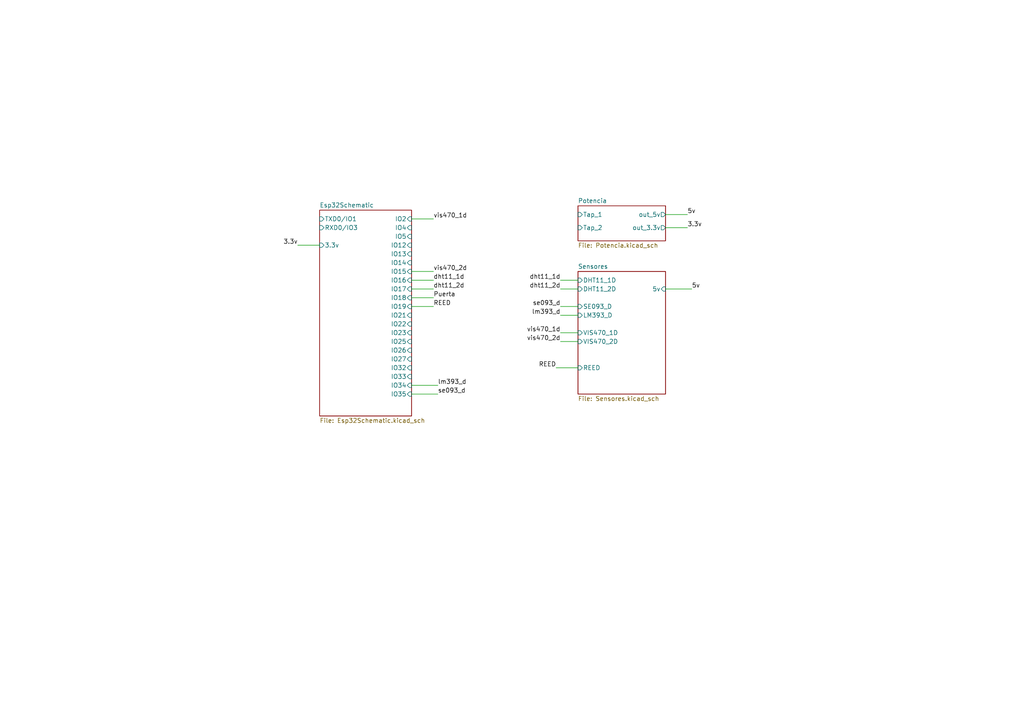
<source format=kicad_sch>
(kicad_sch (version 20211123) (generator eeschema)
  (paper "A4")
  (lib_symbols)
  (wire (pts (xy 162.56 91.44) (xy 167.64 91.44)))
  (wire (pts (xy 161.29 106.68) (xy 167.64 106.68)))
  (wire (pts (xy 119.38 114.3) (xy 127 114.3)))
  (wire (pts (xy 119.38 88.9) (xy 125.73 88.9)))
  (wire (pts (xy 162.56 81.28) (xy 167.64 81.28)))
  (wire (pts (xy 119.38 83.82) (xy 125.73 83.82)))
  (wire (pts (xy 119.38 86.36) (xy 125.73 86.36)))
  (wire (pts (xy 119.38 63.5) (xy 125.73 63.5)))
  (wire (pts (xy 193.04 83.82) (xy 200.66 83.82)))
  (wire (pts (xy 119.38 81.28) (xy 125.73 81.28)))
  (wire (pts (xy 119.38 111.76) (xy 127 111.76)))
  (wire (pts (xy 162.56 83.82) (xy 167.64 83.82)))
  (wire (pts (xy 193.04 62.23) (xy 199.39 62.23)))
  (wire (pts (xy 193.04 66.04) (xy 199.39 66.04)))
  (wire (pts (xy 162.56 96.52) (xy 167.64 96.52)))
  (wire (pts (xy 162.56 99.06) (xy 167.64 99.06)))
  (wire (pts (xy 162.56 88.9) (xy 167.64 88.9)))
  (wire (pts (xy 86.36 71.12) (xy 92.71 71.12)))
  (wire (pts (xy 119.38 78.74) (xy 125.73 78.74)))
  (label "5v" (at 199.39 62.23 0))
  (label "REED" (at 125.73 88.9 0))
  (label "vis470_1d" (at 125.73 63.5 0))
  (label "3.3v" (at 86.36 71.12 180))
  (label "5v" (at 200.66 83.82 0))
  (label "vis470_1d" (at 162.56 96.52 180))
  (label "vis470_2d" (at 125.73 78.74 0))
  (label "se093_d" (at 127 114.3 0))
  (label "lm393_d" (at 127 111.76 0))
  (label "dht11_1d" (at 162.56 81.28 180))
  (label "dht11_2d" (at 162.56 83.82 180))
  (label "lm393_d" (at 162.56 91.44 180))
  (label "3.3v" (at 199.39 66.04 0))
  (label "dht11_1d" (at 125.73 81.28 0))
  (label "Puerta" (at 125.73 86.36 0))
  (label "vis470_2d" (at 162.56 99.06 180))
  (label "se093_d" (at 162.56 88.9 180))
  (label "dht11_2d" (at 125.73 83.82 0))
  (label "REED" (at 161.29 106.68 180))
  (sheet (at 92.71 60.96) (size 26.67 59.69) (stroke (width 0.1524))
    (property "Sheet name" "Esp32Schematic" (at 92.71 60.2484 0) (effects (justify left bottom)))
    (property "Sheet file" "Esp32Schematic.kicad_sch" (at 92.71 121.2346 0) (effects (justify left top)))
    (pin "TXD0{slash}IO1" input (at 92.71 63.5 180))
    (pin "IO35" input (at 119.38 114.3 0))
    (pin "IO34" input (at 119.38 111.76 0))
    (pin "IO2" input (at 119.38 63.5 0))
    (pin "IO4" input (at 119.38 66.04 0))
    (pin "RXD0{slash}IO3" input (at 92.71 66.04 180))
    (pin "IO5" input (at 119.38 68.58 0))
    (pin "IO12" input (at 119.38 71.12 0))
    (pin "IO13" input (at 119.38 73.66 0))
    (pin "IO14" input (at 119.38 76.2 0))
    (pin "IO15" input (at 119.38 78.74 0))
    (pin "IO16" input (at 119.38 81.28 0))
    (pin "IO17" input (at 119.38 83.82 0))
    (pin "IO18" input (at 119.38 86.36 0))
    (pin "IO19" input (at 119.38 88.9 0))
    (pin "IO21" input (at 119.38 91.44 0))
    (pin "IO22" input (at 119.38 93.98 0))
    (pin "IO23" input (at 119.38 96.52 0))
    (pin "IO25" input (at 119.38 99.06 0))
    (pin "IO26" input (at 119.38 101.6 0))
    (pin "IO27" input (at 119.38 104.14 0))
    (pin "IO32" input (at 119.38 106.68 0))
    (pin "IO33" input (at 119.38 109.22 0))
    (pin "3.3v" input (at 92.71 71.12 180))
  )
  (sheet (at 167.64 59.69) (size 25.4 10.16) (stroke (width 0.1524))
    (property "Sheet name" "Potencia" (at 167.64 58.9784 0) (effects (justify left bottom)))
    (property "Sheet file" "Potencia.kicad_sch" (at 167.64 70.4346 0) (effects (justify left top)))
    (pin "Tap_1" input (at 167.64 62.23 180))
    (pin "Tap_2" input (at 167.64 66.04 180))
    (pin "out_5v" output (at 193.04 62.23 0))
    (pin "out_3.3v" output (at 193.04 66.04 0))
  )
  (sheet (at 167.64 78.74) (size 25.4 35.56) (stroke (width 0.1524))
    (property "Sheet name" "Sensores" (at 167.64 78.0284 0) (effects (justify left bottom)))
    (property "Sheet file" "Sensores.kicad_sch" (at 167.64 114.8846 0) (effects (justify left top)))
    (pin "DHT11_2D" input (at 167.64 83.82 180))
    (pin "DHT11_1D" input (at 167.64 81.28 180))
    (pin "SE093_D" input (at 167.64 88.9 180))
    (pin "LM393_D" input (at 167.64 91.44 180))
    (pin "VIS470_2D" input (at 167.64 99.06 180))
    (pin "VIS470_1D" input (at 167.64 96.52 180))
    (pin "5v" input (at 193.04 83.82 0))
    (pin "REED" input (at 167.64 106.68 180))
  )
)
</source>
